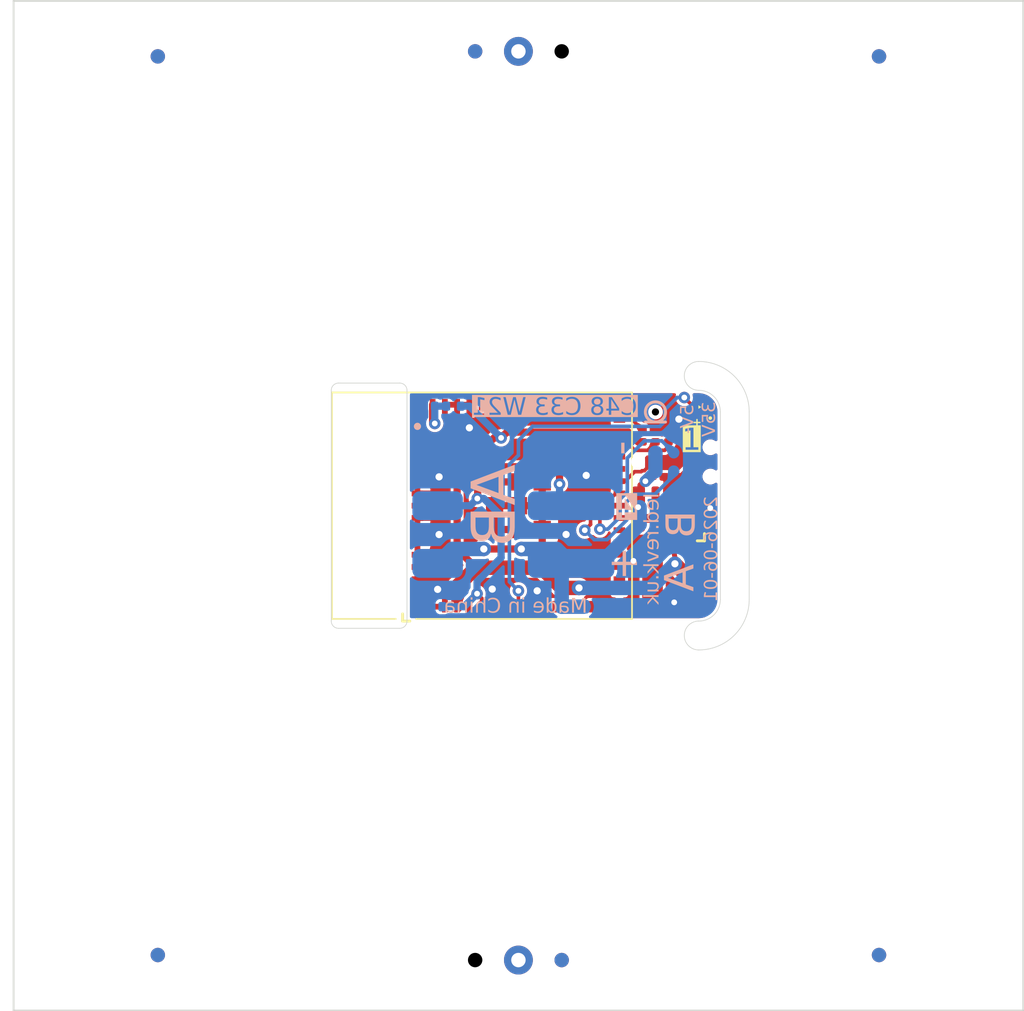
<source format=kicad_pcb>
(kicad_pcb (version 20240108) (generator "pcbnew") (generator_version "8.0")
  (title_block (title "PCB-USBA") (rev "1") (comment 1 "www.me.uk") (comment 2 "@TheRealRevK"))
  (layers (0 "F.Cu" signal) (31 "B.Cu" signal) (34 "B.Paste" user) (35 "F.Paste" user) (36 "B.SilkS" user "B.Silkscreen") (37 "F.SilkS" user "F.Silkscreen") (38 "B.Mask" user) (39 "F.Mask" user) (44 "Edge.Cuts" user))
  (property "DATE" "2023-06-01")
  (net 0 "")
  (net 1 "GND")
  (net 2 "Net-(U2-EN)")
  (net 3 "D-")
  (net 4 "D+")
  (net 13 "+3.3V")
  (net 28 "LED2")
  (net 31 "SD")
  (net 35 "LED1")
  (net 40 "SCK")
  (net 42 "WS")
  (net 44 "DC")
  (footprint "RevK:C_0603_" (layer "F.Cu") (at 108.3 102.185 90)
    (property "Reference" "C6" (hide yes))
    (property "Value" "10uF 35V")
  )
  (footprint "RevK:SOT-23-6-MD8942" (layer "F.Cu") (at 110.8 100.885)
    (property "Reference" "U5" (hide yes))
    (property "Value" "MD8942")
    (fp_line (start 1.6 1.55) (end 2.1 1.55) (stroke (width 0.2)) (layer "F.SilkS"))
    (fp_line (start 2.1 1.55) (end 2.1 1.05) (stroke (width 0.2)) (layer "F.SilkS"))
    (pad "1" smd rect (at 0.7625 1.5) (size 0.525 0.8) (layers "F.Cu"))
    (pad "1" smd roundrect (at 0.775 2) (size 0.8 0.95) (layers "F.Cu" "F.Paste" "F.Mask"))
    (pad "1" smd roundrect (at 1.1375 0.95) (size 1.325 0.6) (layers "F.Cu" "F.Paste" "F.Mask"))
    (pad "2" smd roundrect (at 1.1375 0) (size 1.325 0.6) (layers "F.Cu" "F.Paste" "F.Mask") (net 1 "GND"))
    (pad "2" smd rect (at 1.8 0) (size 0.8 0.6) (layers "F.Cu") (net 1 "GND"))
    (pad "2" smd roundrect (at 2.300001 -1.9) (size 0.54 0.64) (layers "F.Cu" "F.Paste" "F.Mask") (net 1 "GND"))
    (pad "2" smd roundrect (at 2.5 -0.72) (size 0.95 3) (layers "F.Cu") (net 1 "GND"))
    (pad "2" smd roundrect (at 2.5 0.525) (size 0.95 0.8) (layers "F.Cu" "F.Paste" "F.Mask") (net 1 "GND"))
    (pad "3" smd roundrect (at 0.5 -1.9) (size 0.54 0.64) (layers "F.Cu" "F.Paste" "F.Mask"))
    (pad "3" smd rect (at 0.625 -1.355) (size 0.29 0.89) (layers "F.Cu"))
    (pad "3" smd roundrect (at 1.1375 -0.95) (size 1.325 0.6) (layers "F.Cu" "F.Paste" "F.Mask"))
    (pad "3" smd rect (at 1.3 -1.45) (size 0.54 1) (layers "F.Cu"))
    (pad "3" smd roundrect (at 1.300001 -1.9) (size 0.54 0.64) (layers "F.Cu" "F.Paste" "F.Mask"))
    (pad "4" smd roundrect (at -1.3 -1.9) (size 0.54 0.64) (layers "F.Cu" "F.Paste" "F.Mask"))
    (pad "4" smd rect (at -1.3 -1.42) (size 0.54 1) (layers "F.Cu"))
    (pad "4" smd roundrect (at -1.1375 -0.95) (size 1.325 0.6) (layers "F.Cu" "F.Paste" "F.Mask"))
    (pad "5" smd roundrect (at -2.5 -0.72) (size 0.95 3) (layers "F.Cu") (net 44 "DC"))
    (pad "5" smd roundrect (at -2.5 0.525) (size 0.95 0.8) (layers "F.Cu" "F.Paste" "F.Mask") (net 44 "DC"))
    (pad "5" smd roundrect (at -2.3 -1.9) (size 0.54 0.64) (layers "F.Cu" "F.Paste" "F.Mask") (net 44 "DC"))
    (pad "5" smd rect (at -1.8 0) (size 0.8 0.6) (layers "F.Cu") (net 44 "DC"))
    (pad "5" smd roundrect (at -1.1375 0) (size 1.325 0.6) (layers "F.Cu" "F.Paste" "F.Mask") (net 44 "DC"))
    (pad "6" smd rect (at -1.5 4.6) (size 1.425 3.7) (layers "F.Cu" "F.Mask"))
    (pad "6" smd rect (at -1.3 1.975) (size 1 2) (layers "F.Cu"))
    (pad "6" smd roundrect (at -1.1375 0.95) (size 1.325 0.6) (layers "F.Cu" "F.Paste" "F.Mask"))
    (pad "6" smd roundrect (at -0.775 2) (size 0.8 0.95) (layers "F.Cu" "F.Paste" "F.Mask"))
    (pad "7" smd roundrect (at -2.69375 4.2) (size 0.5625 4.5) (layers "F.Cu") (net 1 "GND"))
    (pad "7" smd roundrect (at -2.5 2.075) (size 0.95 0.8) (layers "F.Cu" "F.Paste" "F.Mask") (net 1 "GND"))
    (pad "8" smd roundrect (at -0.5 -1.9) (size 0.54 0.64) (layers "F.Cu" "F.Paste" "F.Mask") (net 13 "+3.3V"))
    (pad "8" smd custom (at 0 0.8) (size 0.35 3) (layers "F.Cu") (net 13 "+3.3V") (options (clearance outline) (anchor rect)) (primitives (gr_arc (start -0.5 -2.71) (mid -0.129059 -2.154847) (end 0.001198 -1.5) (width 0.35)) (gr_arc (start 1.5 3) (mid 0.43934 2.56066) (end 0 1.5) (width 0.35))))
    (pad "8" smd rect (at 1.5 4.6) (size 1.425 3.7) (layers "F.Cu" "F.Mask") (net 13 "+3.3V"))
    (pad "8" smd custom (at 1.8 3.6) (size 0.7 2) (layers "F.Cu") (net 13 "+3.3V") (options (clearance outline) (anchor rect)) (primitives (gr_arc (start 0 -1) (mid 0.146447 -1.353553) (end 0.5 -1.5) (width 0.7))))
    (pad "8" smd roundrect (at 2.5 2.075) (size 0.95 0.8) (layers "F.Cu" "F.Paste" "F.Mask") (net 13 "+3.3V"))
  )
  (footprint "RevK:C_0603_" (layer "F.Cu") (at 110.8 102.885)
    (property "Reference" "C8" (hide yes))
    (property "Value" "100nF")
  )
  (footprint "RevK:SMD1010" (layer "F.Cu") (at 112.5 93.5 180)
    (property "Reference" "D1" (hide yes))
    (property "Value" "XL-1010RGBC-WS2812B" (hide yes))
    (fp_line (start 0.12 -0.93) (end 0.12 -0.53) (stroke (width 0.1)) (layer "F.SilkS"))
    (fp_line (start -0.08 -0.73) (end 0.32 -0.73) (stroke (width 0.1)) (layer "F.SilkS"))
    (fp_circle (center -0.8 -0.425) (end -0.675 -0.425) (fill solid) (layer "F.SilkS"))
    (fp_poly (pts (xy 0.023248 0.214442) (xy 0.023248 0.464442) (xy -0.176752 0.337718)) (fill solid) (layer "F.SilkS"))
    (pad "1" smd roundrect (at -0.425 -0.425 180) (size 0.45 0.45) (layers "F.Cu" "F.Paste" "F.Mask") (roundrect_rratio 0) (chamfer_ratio 0.06) (chamfer top_left))
    (pad "2" smd rect (at 0.425 -0.425 180) (size 0.48 0.48) (layers "F.Cu" "F.Paste" "F.Mask") (net 13 "+3.3V"))
    (pad "3" smd rect (at -0.425 0.425 180) (size 0.48 0.48) (layers "F.Cu" "F.Paste" "F.Mask") (net 1 "GND"))
    (pad "4" smd roundrect (at 0.425 0.425) (size 0.45 0.45) (layers "F.Cu" "F.Paste" "F.Mask") (roundrect_rratio 0) (chamfer_ratio 0.06) (chamfer top_left) (net 28 "LED2"))
  )
  (footprint "RevK:R_0402_" (layer "F.Cu") (at 110.8 98.985)
    (property "Reference" "R9" (hide yes))
    (property "Value" "124k" (hide yes))
  )
  (footprint "RevK:R_0402_" (layer "F.Cu") (at 109 98.985)
    (property "Reference" "R11" (hide yes))
    (property "Value" "1M" (hide yes))
  )
  (footprint "RevK:ICS43434_MEMS_Mic" (layer "F.Cu") (at 109.5 94.285 90)
    (property "Reference" "U1" (hide yes))
    (property "Value" "ICS43434_MEMS_Mic")
    (pad "" np_thru_hole circle (at 0.785 0 180) (size 0.5 0.5) (drill 0.75) (layers "*.Mask"))
    (pad "1" smd roundrect (at -1.289 0.9 180) (size 0.6 0.522) (layers "F.Cu" "F.Paste" "F.Mask") (net 42 "WS"))
    (pad "2" smd roundrect (at -0.467 0.9 180) (size 0.6 0.522) (layers "F.Cu" "F.Paste" "F.Mask") (net 1 "GND"))
    (pad "3" smd custom (at 0.785 -0.662 270) (size 0.3 0.3) (layers "F.Cu" "F.Mask") (net 1 "GND") (options (clearance outline) (anchor circle)) (primitives (gr_circle (center 0 -0.662) (end -0.662 -0.662) (width 0.3) (fill no))))
    (pad "4" smd roundrect (at -0.467 -0.9 180) (size 0.6 0.522) (layers "F.Cu" "F.Paste" "F.Mask") (net 40 "SCK"))
    (pad "5" smd roundrect (at -1.289 -0.9 180) (size 0.6 0.522) (layers "F.Cu" "F.Paste" "F.Mask") (net 13 "+3.3V"))
    (pad "6" smd roundrect (at -1.289 0 180) (size 0.6 0.522) (layers "F.Cu" "F.Paste" "F.Mask") (net 31 "SD"))
    (zone (net 0) (net_name "") (layer "F.Cu") (connect_pads (clearance 0)) (min_thickness 0.25)
      (keepout (tracks allowed) (vias allowed) (pads allowed) (copperpour not_allowed) (footprints allowed))
      (fill (thermal_gap 0.5) (thermal_bridge_width 0.5))
      (polygon (pts (xy 109.5 94.15) (xy 109.05 93.95) (xy 108.85 93.5) (xy 109.1 93) (xy 109.5 92.85) (xy 109.95 93.05) (xy 110.15 93.5) (xy 109.95 93.95)))
    )
  )
  (footprint "RevK:C_0402" (layer "F.Cu") (at 111 97.5 90)
    (property "Reference" "C1" (hide yes))
    (property "Value" "100nF" (hide yes))
    (pad "1" smd roundrect (at -0.5 0 90) (size 0.54 0.64) (layers "F.Cu" "F.Paste" "F.Mask") (roundrect_rratio 0.28) (net 13 "+3.3V"))
    (pad "2" smd roundrect (at 0.5 0 90) (size 0.54 0.64) (layers "F.Cu" "F.Paste" "F.Mask") (roundrect_rratio 0.28) (net 1 "GND"))
  )
  (footprint "RevK:C_0603_" (layer "F.Cu") (at 113.3 102.185 -90)
    (property "Reference" "C7" (hide yes))
    (property "Value" "10uF 6.3V")
  )
  (footprint "RevK:Shadow" (layer "F.Cu") (at 100 100)
    (property "Reference" "REF**" (hide yes))
    (property "Value" "Shadow")
  )
  (footprint "RevK:L_4x4_" (layer "F.Cu") (at 110.8 105.485)
    (property "Reference" "L2" (hide yes))
    (property "Value" "10uH")
  )
  (footprint "RevK:PCB7070" (layer "F.Cu") (at 100 100)
    (property "Reference" "PCB1" (hide yes))
    (property "Value" "70x70" (hide yes))
    (fp_line (start -35 -35) (end 35 -35) (stroke (width 0.12)) (layer "Edge.Cuts"))
    (fp_line (start -35 35) (end -35 -35) (stroke (width 0.12)) (layer "Edge.Cuts"))
    (fp_line (start 35 -35) (end 35 35) (stroke (width 0.12)) (layer "Edge.Cuts"))
    (fp_line (start 35 35) (end -35 35) (stroke (width 0.12)) (layer "Edge.Cuts"))
    (pad "" np_thru_hole circle (at -33 33) (size 1.1 1.1) (drill 1.1) (layers "F&B.Cu" "*.Mask") (clearance 0.1))
    (pad "" np_thru_hole circle (at -30 -30) (size 2 2) (drill 2) (layers "F&B.Cu" "*.Mask") (clearance 0.1))
    (pad "" np_thru_hole circle (at -30 30) (size 2 2) (drill 2) (layers "F&B.Cu" "*.Mask") (clearance 0.1))
    (pad "" smd circle (at -25 -31.15) (size 1 1) (property pad_prop_fiducial_loc) (layers "F.Cu" "F.Mask") (clearance 0.5))
    (pad "" smd circle (at -25 -31.15) (size 1 1) (property pad_prop_fiducial_loc) (layers "B.Cu" "B.Mask") (clearance 0.5))
    (pad "" smd circle (at -25 31.15) (size 1 1) (property pad_prop_fiducial_loc) (layers "F.Cu" "F.Mask") (clearance 0.5))
    (pad "" smd circle (at -25 31.15) (size 1 1) (property pad_prop_fiducial_loc) (layers "B.Cu" "B.Mask") (clearance 0.5))
    (pad "" smd circle (at -3 -31.5) (size 1 1) (layers "F.Cu" "F.Mask"))
    (pad "" smd circle (at -3 -31.5) (size 1 1) (layers "B.Cu" "B.Mask"))
    (pad "" np_thru_hole circle (at -3 31.5 180) (size 2 2) (drill 1) (layers "*.Mask"))
    (pad "" thru_hole circle (at 0 -31.5) (size 2 2) (drill 1) (layers "*.Cu" "*.Mask"))
    (pad "" thru_hole circle (at 0 31.5 180) (size 2 2) (drill 1) (layers "*.Cu" "*.Mask"))
    (pad "" np_thru_hole circle (at 3 -31.5) (size 2 2) (drill 1) (layers "*.Mask"))
    (pad "" smd circle (at 3 31.5 180) (size 1 1) (layers "F.Cu" "F.Mask"))
    (pad "" smd circle (at 3 31.5 180) (size 1 1) (layers "B.Cu" "B.Mask"))
    (pad "" smd circle (at 25 -31.15) (size 1 1) (property pad_prop_fiducial_loc) (layers "F.Cu" "F.Mask") (clearance 0.5))
    (pad "" smd circle (at 25 -31.15) (size 1 1) (property pad_prop_fiducial_loc) (layers "B.Cu" "B.Mask") (clearance 0.5))
    (pad "" smd circle (at 25 31.15) (size 1 1) (property pad_prop_fiducial_loc) (layers "F.Cu" "F.Mask") (clearance 0.5))
    (pad "" smd circle (at 25 31.15) (size 1 1) (property pad_prop_fiducial_loc) (layers "B.Cu" "B.Mask") (clearance 0.5))
    (pad "" np_thru_hole circle (at 30 -30) (size 2 2) (drill 2) (layers "F&B.Cu" "*.Mask") (clearance 0.1))
    (pad "" np_thru_hole circle (at 30 30) (size 2 2) (drill 2) (layers "F&B.Cu" "*.Mask") (clearance 0.1))
    (pad "" np_thru_hole circle (at 33 -33) (size 1.1 1.1) (drill 1.1) (layers "F&B.Cu" "*.Mask") (clearance 0.1))
  )
  (footprint "RevK:ESP32-S3-MINI-1" (layer "F.Cu") (at 100 100 90)
    (property "Reference" "U2" (hide yes))
    (property "Value" "ESP32-S3-MINI-1" (hide yes))
    (fp_line (start 7.85 -12.925) (end 7.85 7.875) (stroke (width 0.12)) (layer "F.SilkS"))
    (fp_line (start -7.85 -12.925) (end 7.85 -12.925) (stroke (width 0.12)) (layer "F.SilkS"))
    (fp_line (start -7.85 -12.925) (end -7.85 -8.5) (stroke (width 0.12)) (layer "F.SilkS"))
    (fp_line (start -7.5 -8.03) (end -8 -8.03) (stroke (width 0.2)) (layer "F.SilkS"))
    (fp_line (start -8 -8.03) (end -8 -7.53) (stroke (width 0.2)) (layer "F.SilkS"))
    (fp_line (start -7.85 -7.1) (end -7.85 7.875) (stroke (width 0.12)) (layer "F.SilkS"))
    (fp_line (start -7.85 7.875) (end 7.85 7.875) (stroke (width 0.12)) (layer "F.SilkS"))
    (pad "1" smd rect (at -7 -5.95 180) (size 0.4 0.8) (layers "F.Cu" "F.Paste" "F.Mask") (net 1 "GND"))
    (pad "2" smd rect (at -7 -5.1 180) (size 0.4 0.8) (layers "F.Cu" "F.Paste" "F.Mask") (net 1 "GND"))
    (pad "3" smd rect (at -7 -4.25 180) (size 0.4 0.8) (layers "F.Cu" "F.Paste" "F.Mask") (net 13 "+3.3V"))
    (pad "4" smd rect (at -7 -3.4 180) (size 0.4 0.8) (layers "F.Cu" "F.Paste" "F.Mask"))
    (pad "5" smd rect (at -7 -2.55 180) (size 0.4 0.8) (layers "F.Cu" "F.Paste" "F.Mask") (net 35 "LED1"))
    (pad "6" smd rect (at -7 -1.7 180) (size 0.4 0.8) (layers "F.Cu" "F.Paste" "F.Mask"))
    (pad "7" smd rect (at -7 -0.85 180) (size 0.4 0.8) (layers "F.Cu" "F.Paste" "F.Mask"))
    (pad "8" smd rect (at -7 0 180) (size 0.4 0.8) (layers "F.Cu" "F.Paste" "F.Mask") (net 28 "LED2"))
    (pad "9" smd rect (at -7 0.85 180) (size 0.4 0.8) (layers "F.Cu" "F.Paste" "F.Mask"))
    (pad "10" smd rect (at -7 1.7 180) (size 0.4 0.8) (layers "F.Cu" "F.Paste" "F.Mask"))
    (pad "11" smd rect (at -7 2.55 180) (size 0.4 0.8) (layers "F.Cu" "F.Paste" "F.Mask"))
    (pad "12" smd rect (at -7 3.4 180) (size 0.4 0.8) (layers "F.Cu" "F.Paste" "F.Mask"))
    (pad "13" smd rect (at -7 4.25 180) (size 0.4 0.8) (layers "F.Cu" "F.Paste" "F.Mask"))
    (pad "14" smd rect (at -7 5.1 180) (size 0.4 0.8) (layers "F.Cu" "F.Paste" "F.Mask"))
    (pad "15" smd rect (at -7 5.95 180) (size 0.4 0.8) (layers "F.Cu" "F.Paste" "F.Mask"))
    (pad "16" smd rect (at -5.95 7 90) (size 0.4 0.8) (layers "F.Cu" "F.Paste" "F.Mask"))
    (pad "17" smd rect (at -5.1 7 90) (size 0.4 0.8) (layers "F.Cu" "F.Paste" "F.Mask"))
    (pad "18" smd rect (at -4.25 7 90) (size 0.4 0.8) (layers "F.Cu" "F.Paste" "F.Mask"))
    (pad "19" smd rect (at -3.4 7 90) (size 0.4 0.8) (layers "F.Cu" "F.Paste" "F.Mask"))
    (pad "20" smd rect (at -2.55 7 90) (size 0.4 0.8) (layers "F.Cu" "F.Paste" "F.Mask"))
    (pad "21" smd rect (at -1.7 7 90) (size 0.4 0.8) (layers "F.Cu" "F.Paste" "F.Mask"))
    (pad "22" smd rect (at -0.85 7 90) (size 0.4 0.8) (layers "F.Cu" "F.Paste" "F.Mask"))
    (pad "23" smd rect (at 0 7 90) (size 0.4 0.8) (layers "F.Cu" "F.Paste" "F.Mask") (net 3 "D-"))
    (pad "24" smd rect (at 0.85 7 90) (size 0.4 0.8) (layers "F.Cu" "F.Paste" "F.Mask") (net 4 "D+"))
    (pad "25" smd rect (at 1.7 7 90) (size 0.4 0.8) (layers "F.Cu" "F.Paste" "F.Mask") (net 42 "WS"))
    (pad "26" smd rect (at 2.55 7 90) (size 0.4 0.8) (layers "F.Cu" "F.Paste" "F.Mask"))
    (pad "27" smd rect (at 3.4 7 90) (size 0.4 0.8) (layers "F.Cu" "F.Paste" "F.Mask") (net 1 "GND"))
    (pad "28" smd rect (at 4.25 7 90) (size 0.4 0.8) (layers "F.Cu" "F.Paste" "F.Mask") (net 31 "SD"))
    (pad "29" smd rect (at 5.1 7 90) (size 0.4 0.8) (layers "F.Cu" "F.Paste" "F.Mask") (net 13 "+3.3V"))
    (pad "30" smd rect (at 5.95 7 90) (size 0.4 0.8) (layers "F.Cu" "F.Paste" "F.Mask") (net 40 "SCK"))
    (pad "31" smd rect (at 7 5.95 180) (size 0.4 0.8) (layers "F.Cu" "F.Paste" "F.Mask"))
    (pad "32" smd rect (at 7 5.1 180) (size 0.4 0.8) (layers "F.Cu" "F.Paste" "F.Mask"))
    (pad "33" smd rect (at 7 4.25 180) (size 0.4 0.8) (layers "F.Cu" "F.Paste" "F.Mask"))
    (pad "34" smd rect (at 7 3.4 180) (size 0.4 0.8) (layers "F.Cu" "F.Paste" "F.Mask"))
    (pad "35" smd rect (at 7 2.55 180) (size 0.4 0.8) (layers "F.Cu" "F.Paste" "F.Mask"))
    (pad "36" smd rect (at 7 1.7 180) (size 0.4 0.8) (layers "F.Cu" "F.Paste" "F.Mask"))
    (pad "37" smd rect (at 7 0.85 180) (size 0.4 0.8) (layers "F.Cu" "F.Paste" "F.Mask"))
    (pad "38" smd rect (at 7 0 180) (size 0.4 0.8) (layers "F.Cu" "F.Paste" "F.Mask"))
    (pad "39" smd rect (at 7 -0.85 180) (size 0.4 0.8) (layers "F.Cu" "F.Paste" "F.Mask"))
    (pad "40" smd rect (at 7 -1.7 180) (size 0.4 0.8) (layers "F.Cu" "F.Paste" "F.Mask"))
    (pad "41" smd rect (at 7 -2.55 180) (size 0.4 0.8) (layers "F.Cu" "F.Paste" "F.Mask"))
    (pad "42" smd rect (at 7 -3.4 180) (size 0.4 0.8) (layers "F.Cu" "F.Paste" "F.Mask") (net 1 "GND"))
    (pad "43" smd rect (at 7 -4.25 180) (size 0.4 0.8) (layers "F.Cu" "F.Paste" "F.Mask") (net 1 "GND"))
    (pad "44" smd rect (at 7 -5.1 180) (size 0.4 0.8) (layers "F.Cu" "F.Paste" "F.Mask") (net 1 "GND"))
    (pad "45" smd rect (at 7 -5.95 180) (size 0.4 0.8) (layers "F.Cu" "F.Paste" "F.Mask") (net 2 "Net-(U2-EN)"))
    (pad "46" smd rect (at 5.95 -7 90) (size 0.4 0.8) (layers "F.Cu" "F.Paste" "F.Mask") (net 1 "GND"))
    (pad "47" smd rect (at 5.1 -7 90) (size 0.4 0.8) (layers "F.Cu" "F.Paste" "F.Mask") (net 1 "GND"))
    (pad "48" smd rect (at 4.25 -7 90) (size 0.4 0.8) (layers "F.Cu" "F.Paste" "F.Mask") (net 1 "GND"))
    (pad "49" smd rect (at 3.4 -7 90) (size 0.4 0.8) (layers "F.Cu" "F.Paste" "F.Mask") (net 1 "GND"))
    (pad "50" smd rect (at 2.55 -7 90) (size 0.4 0.8) (layers "F.Cu" "F.Paste" "F.Mask") (net 1 "GND"))
    (pad "51" smd rect (at 1.7 -7 90) (size 0.4 0.8) (layers "F.Cu" "F.Paste" "F.Mask") (net 1 "GND"))
    (pad "52" smd rect (at 0.85 -7 90) (size 0.4 0.8) (layers "F.Cu" "F.Paste" "F.Mask") (net 1 "GND"))
    (pad "53" smd rect (at 0 -7 90) (size 0.4 0.8) (layers "F.Cu" "F.Paste" "F.Mask") (net 1 "GND"))
    (pad "54" smd rect (at -0.85 -7 90) (size 0.4 0.8) (layers "F.Cu" "F.Paste" "F.Mask") (net 1 "GND"))
    (pad "55" smd rect (at -1.7 -7 90) (size 0.4 0.8) (layers "F.Cu" "F.Paste" "F.Mask") (net 1 "GND"))
    (pad "56" smd rect (at -2.55 -7 90) (size 0.4 0.8) (layers "F.Cu" "F.Paste" "F.Mask") (net 1 "GND"))
    (pad "57" smd rect (at -3.4 -7 90) (size 0.4 0.8) (layers "F.Cu" "F.Paste" "F.Mask") (net 1 "GND"))
    (pad "58" smd rect (at -4.25 -7 90) (size 0.4 0.8) (layers "F.Cu" "F.Paste" "F.Mask") (net 1 "GND"))
    (pad "59" smd rect (at -5.1 -7 90) (size 0.4 0.8) (layers "F.Cu" "F.Paste" "F.Mask") (net 1 "GND"))
    (pad "60" smd rect (at -5.95 -7 90) (size 0.4 0.8) (layers "F.Cu" "F.Paste" "F.Mask") (net 1 "GND"))
    (pad "61" smd roundrect (at -1.65 -1.65 90) (size 1.2 1.2) (layers "F.Cu" "F.Paste" "F.Mask") (roundrect_rratio 0) (chamfer_ratio 0.5) (chamfer top_left) (net 1 "GND"))
    (pad "61" smd rect (at -1.65 0 180) (size 1.2 1.2) (layers "F.Cu" "F.Paste" "F.Mask") (net 1 "GND"))
    (pad "61" smd rect (at -1.65 1.65 180) (size 1.2 1.2) (layers "F.Cu" "F.Paste" "F.Mask") (net 1 "GND"))
    (pad "61" smd rect (at 0 -1.65 90) (size 1.2 1.2) (layers "F.Cu" "F.Paste" "F.Mask") (net 1 "GND"))
    (pad "61" smd rect (at 0 0 90) (size 1.2 1.2) (layers "F.Cu" "F.Paste" "F.Mask") (net 1 "GND"))
    (pad "61" smd rect (at 0 1.65 90) (size 1.2 1.2) (layers "F.Cu" "F.Paste" "F.Mask") (net 1 "GND"))
    (pad "61" smd rect (at 1.65 -1.65 90) (size 1.2 1.2) (layers "F.Cu" "F.Paste" "F.Mask") (net 1 "GND"))
    (pad "61" smd rect (at 1.65 0 90) (size 1.2 1.2) (layers "F.Cu" "F.Paste" "F.Mask") (net 1 "GND"))
    (pad "61" smd rect (at 1.65 1.65 90) (size 1.2 1.2) (layers "F.Cu" "F.Paste" "F.Mask") (net 1 "GND"))
    (pad "62" smd rect (at -7 -7 90) (size 0.8 0.8) (layers "F.Cu" "F.Paste" "F.Mask") (net 1 "GND"))
    (pad "63" smd rect (at -7 7 90) (size 0.8 0.8) (layers "F.Cu" "F.Paste" "F.Mask") (net 1 "GND"))
    (pad "64" smd rect (at 7 7 90) (size 0.8 0.8) (layers "F.Cu" "F.Paste" "F.Mask") (net 1 "GND"))
    (pad "65" smd rect (at 7 -7 90) (size 0.8 0.8) (layers "F.Cu" "F.Paste" "F.Mask") (net 1 "GND"))
    (zone (net 0) (net_name "") (layers "F.Cu" "In1.Cu" "In2.Cu" "In3.Cu" "In4.Cu" "In5.Cu" "In6.Cu" "In7.Cu" "In8.Cu" "In9.Cu" "In10.Cu" "In11.Cu" "In12.Cu" "In13.Cu" "In14.Cu" "In15.Cu" "In16.Cu" "In17.Cu" "In18.Cu" "In19.Cu" "In20.Cu" "In21.Cu" "In22.Cu" "In23.Cu" "In24.Cu" "In25.Cu" "In26.Cu" "In27.Cu" "In28.Cu" "In29.Cu" "In30.Cu") (connect_pads (clearance 0)) (min_thickness 0.01)
      (keepout (tracks not_allowed) (vias not_allowed) (pads not_allowed) (copperpour not_allowed) (footprints not_allowed))
      (fill (thermal_gap 0.508) (thermal_bridge_width 0.508))
      (polygon (pts (xy 87.225 107.7) (xy 87.225 92.3) (xy 92.275 92.3) (xy 92.275 107.7)))
    )
    (zone (net 0) (net_name "") (layer "B.Cu") (connect_pads (clearance 0)) (min_thickness 0.01)
      (keepout (tracks not_allowed) (vias not_allowed) (pads not_allowed) (copperpour not_allowed) (footprints not_allowed))
      (fill (thermal_gap 0.508) (thermal_bridge_width 0.508))
      (polygon (pts (xy 87.15 107.7) (xy 87.15 92.3) (xy 91.8 92.3) (xy 91.8 107.7)))
    )
  )
  (footprint "RevK:R_0402_" (layer "F.Cu") (at 112.6 98.985)
    (property "Reference" "R10" (hide yes))
    (property "Value" "39k2" (hide yes))
  )
  (footprint "RevK:C_0402" (layer "F.Cu") (at 110.1 97.5 90)
    (property "Reference" "C2" (hide yes))
    (property "Value" "22uF" (hide yes))
    (pad "1" smd roundrect (at -0.5 0 90) (size 0.54 0.64) (layers "F.Cu" "F.Paste" "F.Mask") (roundrect_rratio 0.28) (net 13 "+3.3V"))
    (pad "2" smd roundrect (at 0.5 0 90) (size 0.54 0.64) (layers "F.Cu" "F.Paste" "F.Mask") (roundrect_rratio 0.28) (net 1 "GND"))
  )
  (footprint "RevK:DFN1006-2L" (layer "B.Cu") (at 94.3 107)
    (property "Reference" "D2" (hide yes))
    (property "Value" "~")
    (pad "1" smd roundrect (at -0.425 0) (size 0.55 0.65) (layers "B.Cu" "B.Paste" "B.Mask") (net 1 "GND"))
    (pad "2" smd roundrect (at 0.425 0) (size 0.55 0.65) (layers "B.Cu" "B.Paste" "B.Mask") (net 35 "LED1"))
  )
  (footprint "RevK:C_0402" (layer "B.Cu") (at 93.7 93.1 180)
    (property "Reference" "C3" (hide yes))
    (property "Value" "1uF" (hide yes))
    (pad "1" smd roundrect (at -0.5 0 180) (size 0.54 0.64) (layers "B.Cu" "B.Paste" "B.Mask") (roundrect_rratio 0.28) (net 2 "Net-(U2-EN)"))
    (pad "2" smd roundrect (at 0.5 0 180) (size 0.54 0.64) (layers "B.Cu" "B.Paste" "B.Mask") (roundrect_rratio 0.28) (net 1 "GND"))
  )
  (footprint "RevK:VCUT70N" (layer "B.Cu") (at 100 108)
    (property "Reference" "V2" (hide yes))
    (property "Value" "70")
    (zone (net 0) (net_name "") (layers "F.Cu" "Cmts.User") (connect_pads (clearance 0)) (min_thickness 0.25)
      (keepout (tracks not_allowed) (vias allowed) (pads allowed) (copperpour not_allowed) (footprints allowed))
      (fill (thermal_gap 0.5) (thermal_bridge_width 0.5))
      (polygon (pts (xy 135 107.8) (xy 135 108.2) (xy 65 108.2) (xy 65 107.8)))
    )
    (zone (net 0) (net_name "") (layers "B.Cu" "Cmts.User") (connect_pads (clearance 0)) (min_thickness 0.25)
      (keepout (tracks not_allowed) (vias allowed) (pads allowed) (copperpour not_allowed) (footprints allowed))
      (fill (thermal_gap 0.5) (thermal_bridge_width 0.5))
      (polygon (pts (xy 135 107.8) (xy 135 108.2) (xy 65 108.2) (xy 65 107.8)))
    )
  )
  (footprint "RevK:WAGO-2060-453-998-404" (layer "B.Cu") (at 99 100 180)
    (property "Reference" "J2" (hide yes))
    (property "Value" "Conn_01x03")
    (fp_circle (center 6 5.5) (end 6.25 5.5) (fill solid) (layer "B.SilkS"))
    (pad "1" smd roundrect (at -4.65 4 270) (size 2 6) (layers "B.Cu" "B.Paste" "B.Mask") (net 1 "GND"))
    (pad "1" smd roundrect (at 4.6 4 270) (size 2 3.5) (layers "B.Cu" "B.Paste" "B.Mask") (net 1 "GND"))
    (pad "2" smd roundrect (at -4.65 0 270) (size 2 6) (layers "B.Cu" "B.Paste" "B.Mask") (net 35 "LED1"))
    (pad "2" smd roundrect (at 4.6 0 270) (size 2 3.5) (layers "B.Cu" "B.Paste" "B.Mask") (net 35 "LED1"))
    (pad "3" smd roundrect (at -4.65 -4 270) (size 2 6) (layers "B.Cu" "B.Paste" "B.Mask") (net 44 "DC"))
    (pad "3" smd roundrect (at 4.6 -4 270) (size 2 3.5) (layers "B.Cu" "B.Paste" "B.Mask") (net 44 "DC"))
  )
  (footprint "RevK:VCUT70N" (layer "B.Cu") (at 100 92 180)
    (property "Reference" "V1" (hide yes))
    (property "Value" "70")
    (zone (net 0) (net_name "") (layers "F.Cu" "Cmts.User") (connect_pads (clearance 0)) (min_thickness 0.25)
      (keepout (tracks not_allowed) (vias allowed) (pads allowed) (copperpour not_allowed) (footprints allowed))
      (fill (thermal_gap 0.5) (thermal_bridge_width 0.5))
      (polygon (pts (xy 65 92.2) (xy 65 91.8) (xy 135 91.8) (xy 135 92.2)))
    )
    (zone (net 0) (net_name "") (layers "B.Cu" "Cmts.User") (connect_pads (clearance 0)) (min_thickness 0.25)
      (keepout (tracks not_allowed) (vias allowed) (pads allowed) (copperpour not_allowed) (footprints allowed))
      (fill (thermal_gap 0.5) (thermal_bridge_width 0.5))
      (polygon (pts (xy 65 92.2) (xy 65 91.8) (xy 135 91.8) (xy 135 92.2)))
    )
  )
  (footprint "RevK:Tag-Connect_TC2030-IDC-NL_2x03_P1.27mm_Vertical" (layer "B.Cu") (at 110.77 96.965)
    (property "Reference" "J3" (hide yes))
    (property "Value" "TC2030-USB-NL-DS")
    (pad "" np_thru_hole circle (at -2.54 0) (size 0.85 0.85) (drill 0.85) (layers "F&B.Cu" "*.Mask") (clearance 0.1))
    (pad "" np_thru_hole circle (at 2.54 -1.016) (size 0.85 0.85) (drill 0.85) (layers "F&B.Cu" "*.Mask") (clearance 0.1))
    (pad "" np_thru_hole circle (at 2.54 1.016) (size 0.85 0.85) (drill 0.85) (layers "F&B.Cu" "*.Mask") (clearance 0.1))
    (pad "1" connect circle (at -1.27 -0.635) (size 0.7874 0.7874) (layers "B.Cu" "B.Mask") (net 44 "DC"))
    (pad "2" connect circle (at -1.27 0.635) (size 0.7874 0.7874) (layers "B.Cu" "B.Mask") (net 44 "DC"))
    (pad "3" connect circle (at 0 -0.635) (size 0.7874 0.7874) (layers "B.Cu" "B.Mask") (net 3 "D-"))
    (pad "4" connect circle (at 0 0.635) (size 0.7874 0.7874) (layers "B.Cu" "B.Mask") (net 4 "D+"))
    (pad "5" connect circle (at 1.27 -0.635) (size 0.7874 0.7874) (layers "B.Cu" "B.Mask") (net 1 "GND"))
    (pad "6" connect circle (at 1.27 0.635) (size 0.7874 0.7874) (layers "B.Cu" "B.Mask") (net 1 "GND"))
    (zone (net 0) (net_name "") (layer "B.Cu") (connect_pads (clearance 0)) (min_thickness 0.254)
      (keepout (tracks allowed) (vias not_allowed) (pads allowed) (copperpour not_allowed) (footprints not_allowed))
      (fill (thermal_gap 0.508) (thermal_bridge_width 0.508))
      (polygon (pts (xy 111.405 97.6) (xy 110.135 97.6) (xy 110.135 96.33) (xy 111.405 96.33)))
    )
  )
  (footprint "RevK:R_0402" (layer "B.Cu") (at 95.5 93.1 180)
    (property "Reference" "R1" (hide yes))
    (property "Value" "10K" (hide yes))
    (pad "1" smd roundrect (at -0.5 0 180) (size 0.54 0.64) (layers "B.Cu" "B.Paste" "B.Mask") (net 13 "+3.3V"))
    (pad "2" smd roundrect (at 0.5 0 180) (size 0.54 0.64) (layers "B.Cu" "B.Paste" "B.Mask") (net 2 "Net-(U2-EN)"))
  )
  (footprint "RevK:C_0603" (layer "B.Cu") (at 105.3 107)
    (property "Reference" "C4" (hide yes))
    (property "Value" "10uF 35V")
    (pad "1" smd roundrect (at -0.775 0) (size 0.8 0.95) (layers "B.Cu" "B.Paste" "B.Mask") (net 44 "DC"))
    (pad "2" smd roundrect (at 0.775 0) (size 0.8 0.95) (layers "B.Cu" "B.Paste" "B.Mask") (net 1 "GND"))
  )
  (gr_circle (center 109.5 93.5) (end 110.2 93.5) (stroke (width 0.2)) (fill none) (layer "B.SilkS"))
  (gr_line (start 108.8 94.2) (end 110.2 94.2) (stroke (width 0.2)) (layer "B.SilkS"))
  (gr_arc (start 116 106.5) (mid 114.974874 108.974874) (end 112.5 110) (stroke (width 0.05)) (layer "Edge.Cuts"))
  (gr_arc (start 92.275 108) (mid 92.128553 108.353553) (end 91.775 108.5) (stroke (width 0.05)) (layer "Edge.Cuts"))
  (gr_arc (start 87.525 108.5) (mid 87.171447 108.353553) (end 87.025 108) (stroke (width 0.05)) (layer "Edge.Cuts"))
  (gr_arc (start 91.775 91.5) (mid 92.128553 91.646447) (end 92.275 92) (stroke (width 0.05)) (layer "Edge.Cuts"))
  (gr_arc (start 112.5 110) (mid 111.5 109) (end 112.5 108) (stroke (width 0.05)) (layer "Edge.Cuts"))
  (gr_arc (start 87.025 92) (mid 87.171447 91.646447) (end 87.525 91.5) (stroke (width 0.05)) (layer "Edge.Cuts"))
  (gr_line (start 91.775 108.5) (end 87.525 108.5) (stroke (width 0.05)) (layer "Edge.Cuts"))
  (gr_line (start 87.525 91.5) (end 91.775 91.5) (stroke (width 0.05)) (layer "Edge.Cuts"))
  (gr_line (start 92.275 92) (end 92.275 108) (stroke (width 0.05)) (layer "Edge.Cuts"))
  (gr_line (start 116 93.5) (end 116 106.5) (stroke (width 0.05)) (layer "Edge.Cuts"))
  (gr_arc (start 112.5 90) (mid 114.974874 91.025126) (end 116 93.5) (stroke (width 0.05)) (layer "Edge.Cuts"))
  (gr_line (start 114 93.5) (end 114 106.5) (stroke (width 0.05)) (layer "Edge.Cuts"))
  (gr_arc (start 112.5 92) (mid 111.5 91) (end 112.5 90) (stroke (width 0.05)) (layer "Edge.Cuts"))
  (gr_arc (start 114 106.5) (mid 113.56066 107.56066) (end 112.5 108) (stroke (width 0.05)) (layer "Edge.Cuts"))
  (gr_line (start 87.025 92) (end 87.025 108) (stroke (width 0.05)) (layer "Edge.Cuts"))
  (gr_arc (start 112.5 92) (mid 113.56066 92.43934) (end 114 93.5) (stroke (width 0.05)) (layer "Edge.Cuts"))
  (gr_text "4" (at 107.5 100.2 0) (layer "B.SilkS" knockout) (effects (font (size 1.5 1.5)) (justify mirror)))
  (gr_text "C48 C33 W21" (at 102.5 93.2 0) (layer "B.SilkS" knockout) (effects (font (size 1.2 1.2)) (justify mirror)))
  (gr_text "B" (at 111.4 101.3 90) (layer "B.SilkS") (effects (font (size 2 2)) (justify mirror)))
  (gr_text "${CURRENT_DATE}" (at 113.4 103 90) (layer "B.SilkS") (effects (font (size 0.9 0.9)) (justify mirror)))
  (gr_text "-" (at 107.3 96 -90) (layer "B.SilkS") (effects (font (size 2 2)) (justify mirror)))
  (gr_text "AB" (at 98.5 100 90) (layer "B.SilkS") (effects (font (size 3 3)) (justify mirror)))
  (gr_text "A" (at 111.3 105 90) (layer "B.SilkS") (effects (font (size 2 2)) (justify mirror)))
  (gr_text "Made in China" (at 99.8 107 0) (layer "B.SilkS") (effects (font (size 1 1)) (justify mirror)))
  (gr_text "+" (at 107.3 104 -90) (layer "B.SilkS") (effects (font (size 2 2)) (justify mirror)))
  (gr_text "led.revk.uk" (at 109.3 103 90) (layer "B.SilkS") (effects (font (size 1 1)) (justify mirror)))
  (gr_text "5V-\n35V" (at 112.5 94 90) (layer "B.SilkS") (effects (font (size 0.9 0.9)) (justify mirror)))
  (gr_text "1" (at 112 95.5 -0) (layer "F.SilkS" knockout) (effects (font (size 1.5 1.5))))
  (segment (start 108 93) (end 107 93) (width 1) (layer "F.Cu") (net 1))
  (via (at 98.185939 105.783046) (size 1) (drill 0.5) (layers "F.Cu" "B.Cu") (net 1))
  (via (at 96.6 94.6) (size 1) (drill 0.5) (layers "F.Cu" "B.Cu") (net 1))
  (via (at 107.975 103.825) (size 0.8) (drill 0.4) (layers "F.Cu" "B.Cu") (net 1))
  (via (at 94.5 102) (size 1) (drill 0.5) (layers "F.Cu" "B.Cu") (net 1))
  (via (at 103.303987 101.993867) (size 1) (drill 0.5) (layers "F.Cu" "B.Cu") (net 1))
  (via (at 101.3 105.9) (size 1) (drill 0.5) (layers "F.Cu" "B.Cu") (net 1))
  (via (at 113.3 100.165) (size 0.8) (drill 0.4) (layers "F.Cu" "B.Cu") (net 1))
  (via (at 94.4 105.8) (size 1) (drill 0.5) (layers "F.Cu" "B.Cu") (net 1))
  (via (at 110.8 106.7) (size 0.8) (drill 0.4) (layers "F.Cu" "B.Cu") (net 1))
  (via (at 111.125 94) (size 1) (drill 0.5) (layers "F.Cu" "B.Cu") (net 1))
  (via (at 104.7 97.9) (size 1) (drill 0.5) (layers "F.Cu" "B.Cu") (net 1))
  (via (at 94.5 98) (size 1) (drill 0.5) (layers "F.Cu" "B.Cu") (net 1))
  (segment (start 94.2 94.3) (end 94.05 94.15) (width 0.5) (layer "F.Cu") (net 2))
  (segment (start 94.05 94.15) (end 94.05 93) (width 0.5) (layer "F.Cu") (net 2))
  (via (at 94.2 94.3) (size 0.8) (drill 0.4) (layers "F.Cu" "B.Cu") (net 2))
  (segment (start 94.2 93.1) (end 94.2 94.3) (width 0.5) (layer "B.Cu") (net 2))
  (segment (start 95 93.1) (end 94.2 93.1) (width 0.5) (layer "B.Cu") (net 2))
  (segment (start 106.536396 100) (end 105.64846 100.887936) (width 0.25) (layer "F.Cu") (net 3))
  (segment (start 107 100) (end 106.536396 100) (width 0.25) (layer "F.Cu") (net 3))
  (segment (start 105.64846 100.887936) (end 105.64846 101.62423) (width 0.25) (layer "F.Cu") (net 3))
  (via (at 105.64846 101.62423) (size 0.8) (drill 0.4) (layers "F.Cu" "B.Cu") (net 3))
  (segment (start 110.77 96.33) (end 109.945 95.505) (width 0.25) (layer "B.Cu") (net 3))
  (segment (start 109.945 95.505) (end 108.735406 95.505) (width 0.25) (layer "B.Cu") (net 3))
  (segment (start 107.55 96.690406) (end 107.55 99.05) (width 0.25) (layer "B.Cu") (net 3))
  (segment (start 107.05 100.773998) (end 106.199768 101.62423) (width 0.25) (layer "B.Cu") (net 3))
  (segment (start 106.199768 101.62423) (end 105.64846 101.62423) (width 0.25) (layer "B.Cu") (net 3))
  (segment (start 107.55 99.05) (end 107.05 99.55) (width 0.25) (layer "B.Cu") (net 3))
  (segment (start 108.735406 95.505) (end 107.55 96.690406) (width 0.25) (layer "B.Cu") (net 3))
  (segment (start 107.05 99.55) (end 107.05 100.773998) (width 0.25) (layer "B.Cu") (net 3))
  (segment (start 105 101.3) (end 105 100.9) (width 0.25) (layer "F.Cu") (net 4))
  (segment (start 104.6 101.7) (end 105 101.3) (width 0.25) (layer "F.Cu") (net 4))
  (segment (start 105 100.9) (end 106.75 99.15) (width 0.25) (layer "F.Cu") (net 4))
  (via (at 104.6 101.7) (size 0.8) (drill 0.4) (layers "F.Cu" "B.Cu") (net 4))
  (segment (start 110.77 97.9) (end 110.435 98.235) (width 0.25) (layer "B.Cu") (net 4))
  (segment (start 110.77 97.6) (end 110.77 97.9) (width 0.25) (layer "B.Cu") (net 4))
  (segment (start 104.6 101.7) (end 105.24923 102.34923) (width 0.25) (layer "B.Cu") (net 4))
  (segment (start 108.038068 99.198328) (end 109.471672 99.198328) (width 0.25) (layer "B.Cu") (net 4))
  (segment (start 107.5 101) (end 107.5 99.736396) (width 0.25) (layer "B.Cu") (net 4))
  (segment (start 109.471672 99.198328) (end 110.435 98.235) (width 0.25) (layer "B.Cu") (net 4))
  (segment (start 107.5 99.736396) (end 108.038068 99.198328) (width 0.25) (layer "B.Cu") (net 4))
  (segment (start 105.24923 102.34923) (end 106.15077 102.34923) (width 0.25) (layer "B.Cu") (net 4))
  (segment (start 106.15077 102.34923) (end 107.5 101) (width 0.25) (layer "B.Cu") (net 4))
  (segment (start 98.8 95.3) (end 99.2 94.9) (width 0.5) (layer "F.Cu") (net 13))
  (segment (start 95.75 97.860051) (end 98.310051 95.3) (width 0.5) (layer "F.Cu") (net 13))
  (segment (start 112.075 97.244999) (end 111.319999 98) (width 0.5) (layer "F.Cu") (net 13))
  (segment (start 107 94.9) (end 107.623432 94.9) (width 0.5) (layer "F.Cu") (net 13))
  (segment (start 110.3 98.7) (end 111 98) (width 0.5) (layer "F.Cu") (net 13))
  (segment (start 98.310051 95.3) (end 98.8 95.3) (width 0.5) (layer "F.Cu") (net 13))
  (segment (start 108.297432 95.574) (end 108.6 95.574) (width 0.5) (layer "F.Cu") (net 13))
  (segment (start 111.319999 98) (end 111 98) (width 0.5) (layer "F.Cu") (net 13))
  (segment (start 112.075 93.925) (end 112.075 97.244999) (width 0.5) (layer "F.Cu") (net 13))
  (segment (start 104.2 105.7) (end 103 105.7) (width 1) (layer "F.Cu") (net 13))
  (segment (start 110.85 104.035) (end 112.3 105.485) (width 1) (layer "F.Cu") (net 13))
  (segment (start 110.1 98) (end 111 98) (width 0.5) (layer "F.Cu") (net 13))
  (segment (start 95.75 102.5) (end 95.75 103.005635) (width 0.5) (layer "F.Cu") (net 13))
  (segment (start 95.75 105.594365) (end 95.75 106.25) (width 1) (layer "F.Cu") (net 13))
  (segment (start 95.75 103.005635) (end 97.044365 104.3) (width 0.5) (layer "F.Cu") (net 13))
  (segment (start 99.2 94.9) (end 107 94.9) (width 0.5) (layer "F.Cu") (net 13))
  (segment (start 101.6 104.3) (end 97.044365 104.3) (width 1) (layer "F.Cu") (net 13))
  (segment (start 107.623432 94.9) (end 108.297432 95.574) (width 0.5) (layer "F.Cu") (net 13))
  (segment (start 103 105.7) (end 101.6 104.3) (width 1) (layer "F.Cu") (net 13))
  (segment (start 95.75 102.5) (end 95.75 97.860051) (width 0.5) (layer "F.Cu") (net 13))
  (segment (start 110.3 98.985) (end 110.3 98.2) (width 0.5) (layer "F.Cu") (net 13))
  (segment (start 95.75 106.25) (end 95.75 107) (width 0.8) (layer "F.Cu") (net 13))
  (segment (start 110.3 98.2) (end 110.1 98) (width 0.5) (layer "F.Cu") (net 13))
  (segment (start 110.3 98.985) (end 110.3 98.7) (width 0.5) (layer "F.Cu") (net 13))
  (segment (start 97.044365 104.3) (end 95.75 105.594365) (width 1) (layer "F.Cu") (net 13))
  (via (at 104.2 105.7) (size 1) (drill 0.5) (layers "F.Cu" "B.Cu") (net 13))
  (via (at 98.8 95.3) (size 0.8) (drill 0.4) (layers "F.Cu" "B.Cu") (net 13))
  (via (at 110.85 104.025) (size 1) (drill 0.5) (layers "F.Cu" "B.Cu") (net 13))
  (segment (start 96.6 93.1) (end 96 93.1) (width 0.5) (layer "B.Cu") (net 13))
  (segment (start 110.85 104.025) (end 109.175 105.7) (width 1) (layer "B.Cu") (net 13))
  (segment (start 98.8 95.3) (end 96.6 93.1) (width 0.5) (layer "B.Cu") (net 13))
  (segment (start 109.175 105.7) (end 104.2 105.7) (width 1) (layer "B.Cu") (net 13))
  (segment (start 100 107) (end 100 105.9) (width 0.25) (layer "F.Cu") (net 28))
  (segment (start 112.075 93.075) (end 111.5 92.5) (width 0.25) (layer "F.Cu") (net 28))
  (via (at 100 105.9) (size 0.8) (drill 0.4) (layers "F.Cu" "B.Cu") (net 28))
  (via (at 111.5 92.5) (size 0.8) (drill 0.4) (layers "F.Cu" "B.Cu") (net 28))
  (segment (start 99.375 97.125) (end 100 96.5) (width 0.25) (layer "B.Cu") (net 28))
  (segment (start 111 92.5) (end 110.15 93.35) (width 0.25) (layer "B.Cu") (net 28))
  (segment (start 100 96.523998) (end 100 95.476002) (width 0.25) (layer "B.Cu") (net 28))
  (segment (start 99.375 105.275) (end 99.375 97.125) (width 0.25) (layer "B.Cu") (net 28))
  (segment (start 109.8 94.5) (end 110.15 94.15) (width 0.25) (layer "B.Cu") (net 28))
  (segment (start 110.15 93.35) (end 110.15 94.15) (width 0.25) (layer "B.Cu") (net 28))
  (segment (start 111.5 92.5) (end 111 92.5) (width 0.25) (layer "B.Cu") (net 28))
  (segment (start 101 94.5) (end 109.8 94.5) (width 0.25) (layer "B.Cu") (net 28))
  (segment (start 100 95.476002) (end 100.988001 94.488001) (width 0.25) (layer "B.Cu") (net 28))
  (segment (start 100.988001 94.488001) (end 101 94.5) (width 0.25) (layer "B.Cu") (net 28))
  (segment (start 100 105.9) (end 99.375 105.275) (width 0.25) (layer "B.Cu") (net 28))
  (segment (start 107 95.75) (end 107.66026 95.75) (width 0.25) (layer "F.Cu") (net 31))
  (segment (start 109.5 95.621792) (end 109.5 95.574) (width 0.25) (layer "F.Cu") (net 31))
  (segment (start 108.961792 96.16) (end 109.5 95.621792) (width 0.25) (layer "F.Cu") (net 31))
  (segment (start 108.07026 96.16) (end 108.961792 96.16) (width 0.25) (layer "F.Cu") (net 31))
  (segment (start 107.66026 95.75) (end 108.07026 96.16) (width 0.25) (layer "F.Cu") (net 31))
  (segment (start 97.132821 106.100769) (end 97.45 106.417948) (width 0.25) (layer "F.Cu") (net 35))
  (segment (start 97.175 99.474998) (end 97.149998 99.5) (width 0.5) (layer "F.Cu") (net 35))
  (segment (start 102.7 97.3) (end 97.313172 97.3) (width 0.5) (layer "F.Cu") (net 35))
  (segment (start 97.45 106.417948) (end 97.45 107) (width 0.25) (layer "F.Cu") (net 35))
  (segment (start 102.850002 98.5) (end 102.850002 97.450002) (width 0.5) (layer "F.Cu") (net 35))
  (segment (start 97.175 97.438172) (end 97.175 99.474998) (width 0.5) (layer "F.Cu") (net 35))
  (segment (start 102.850002 97.450002) (end 102.7 97.3) (width 0.5) (layer "F.Cu") (net 35))
  (segment (start 97.313172 97.3) (end 97.175 97.438172) (width 0.5) (layer "F.Cu") (net 35))
  (via (at 97.149998 99.5) (size 0.8) (drill 0.4) (layers "F.Cu" "B.Cu") (net 35))
  (via (at 102.850002 98.5) (size 0.8) (drill 0.4) (layers "F.Cu" "B.Cu") (net 35))
  (via (at 97.132821 106.100769) (size 0.8) (drill 0.4) (layers "F.Cu" "B.Cu") (net 35))
  (segment (start 94.725 107) (end 96.23359 107) (width 0.5) (layer "B.Cu") (net 35))
  (segment (start 97.132821 105.267179) (end 97.132821 106.100769) (width 0.5) (layer "B.Cu") (net 35))
  (segment (start 102.850002 99.200002) (end 103.65 100) (width 0.5) (layer "B.Cu") (net 35))
  (segment (start 98.8 103.6) (end 97.132821 105.267179) (width 0.5) (layer "B.Cu") (net 35))
  (segment (start 97.149998 99.5) (end 97.6 99.5) (width 0.5) (layer "B.Cu") (net 35))
  (segment (start 96.649998 100) (end 94.4 100) (width 0.5) (layer "B.Cu") (net 35))
  (segment (start 96.23359 107) (end 97.132821 106.100769) (width 0.5) (layer "B.Cu") (net 35))
  (segment (start 97.6 99.5) (end 98.8 100.7) (width 0.5) (layer "B.Cu") (net 35))
  (segment (start 102.850002 98.5) (end 102.850002 99.200002) (width 0.5) (layer "B.Cu") (net 35))
  (segment (start 97.149998 99.5) (end 96.649998 100) (width 0.5) (layer "B.Cu") (net 35))
  (segment (start 98.8 100.7) (end 98.8 103.6) (width 0.5) (layer "B.Cu") (net 35))
  (segment (start 107.898 94.05) (end 108.6 94.752) (width 0.25) (layer "F.Cu") (net 40))
  (segment (start 107 94.05) (end 107.898 94.05) (width 0.25) (layer "F.Cu") (net 40))
  (segment (start 110.4 95.9) (end 110.4 95.574) (width 0.25) (layer "F.Cu") (net 42))
  (segment (start 107.4 98.3) (end 108.06 97.64) (width 0.25) (layer "F.Cu") (net 42))
  (segment (start 110.14 96.16) (end 110.4 95.9) (width 0.25) (layer "F.Cu") (net 42))
  (segment (start 108.905 96.695) (end 108.96 96.64) (width 0.25) (layer "F.Cu") (net 42))
  (segment (start 108.06 97.64) (end 108.509594 97.64) (width 0.25) (layer "F.Cu") (net 42))
  (segment (start 108.725 97.575) (end 108.905 97.395) (width 0.25) (layer "F.Cu") (net 42))
  (segment (start 109.36 96.64) (end 109.84 96.16) (width 0.25) (layer "F.Cu") (net 42))
  (segment (start 108.96 96.64) (end 109.36 96.64) (width 0.25) (layer "F.Cu") (net 42))
  (segment (start 108.509594 97.64) (end 108.574594 97.575) (width 0.25) (layer "F.Cu") (net 42))
  (segment (start 108.905 97.395) (end 108.905 96.695) (width 0.25) (layer "F.Cu") (net 42))
  (segment (start 107 98.3) (end 107.4 98.3) (width 0.25) (layer "F.Cu") (net 42))
  (segment (start 109.84 96.16) (end 110.14 96.16) (width 0.25) (layer "F.Cu") (net 42))
  (segment (start 108.574594 97.575) (end 108.725 97.575) (width 0.25) (layer "F.Cu") (net 42))
  (segment (start 108.5 98.985) (end 108.5 98.605187) (width 0.5) (layer "F.Cu") (net 44))
  (segment (start 100.2 103) (end 97.6 103) (width 0.5) (layer "F.Cu") (net 44))
  (segment (start 108.5 98.605187) (end 108.801585 98.303602) (width 0.5) (layer "F.Cu") (net 44))
  (via (at 108.3 100.1) (size 0.8) (drill 0.4) (layers "F.Cu" "B.Cu") (net 44))
  (via (at 97.6 103) (size 1) (drill 0.5) (layers "F.Cu" "B.Cu") (net 44))
  (via (at 108.801585 98.303602) (size 0.8) (drill 0.4) (layers "F.Cu" "B.Cu") (net 44))
  (via (at 100.2 103) (size 1) (drill 0.5) (layers "F.Cu" "B.Cu") (net 44))
  (segment (start 103.65 104) (end 105.7 104) (width 1) (layer "B.Cu") (net 44))
  (segment (start 103 107) (end 103 104.65) (width 1) (layer "B.Cu") (net 44))
  (segment (start 108.801585 98.298415) (end 108.801585 98.303602) (width 0.8) (layer "B.Cu") (net 44))
  (segment (start 103 107) (end 104.525 107) (width 1) (layer "B.Cu") (net 44))
  (segment (start 95.4 103) (end 94.4 104) (width 1) (layer "B.Cu") (net 44))
  (segment (start 108.4 100.1) (end 108.4 101.3) (width 1) (layer "B.Cu") (net 44))
  (segment (start 109.5 96.33) (end 109.5 97.6) (width 1) (layer "B.Cu") (net 44))
  (segment (start 109.5 97.6) (end 108.801585 98.298415) (width 0.8) (layer "B.Cu") (net 44))
  (segment (start 97.6 103) (end 95.4 103) (width 1) (layer "B.Cu") (net 44))
  (segment (start 102.65 103) (end 103.65 104) (width 1) (layer "B.Cu") (net 44))
  (segment (start 103 104.65) (end 103.65 104) (width 1) (layer "B.Cu") (net 44))
  (segment (start 100.2 103) (end 102.65 103) (width 1) (layer "B.Cu") (net 44))
  (segment (start 105.7 104) (end 108.4 101.3) (width 1) (layer "B.Cu") (net 44))
  (zone (net 1) (net_name "GND") (layers "F&B.Cu") (connect_pads thru_hole_only (clearance 0.2)) (min_thickness 0.2) (fill yes (thermal_gap 0.5) (thermal_bridge_width 0.5))
    (polygon (pts (xy 115.4 92.1) (xy 115.4 108) (xy 92.275 108) (xy 92.275 92.1)))
  )
)
</source>
